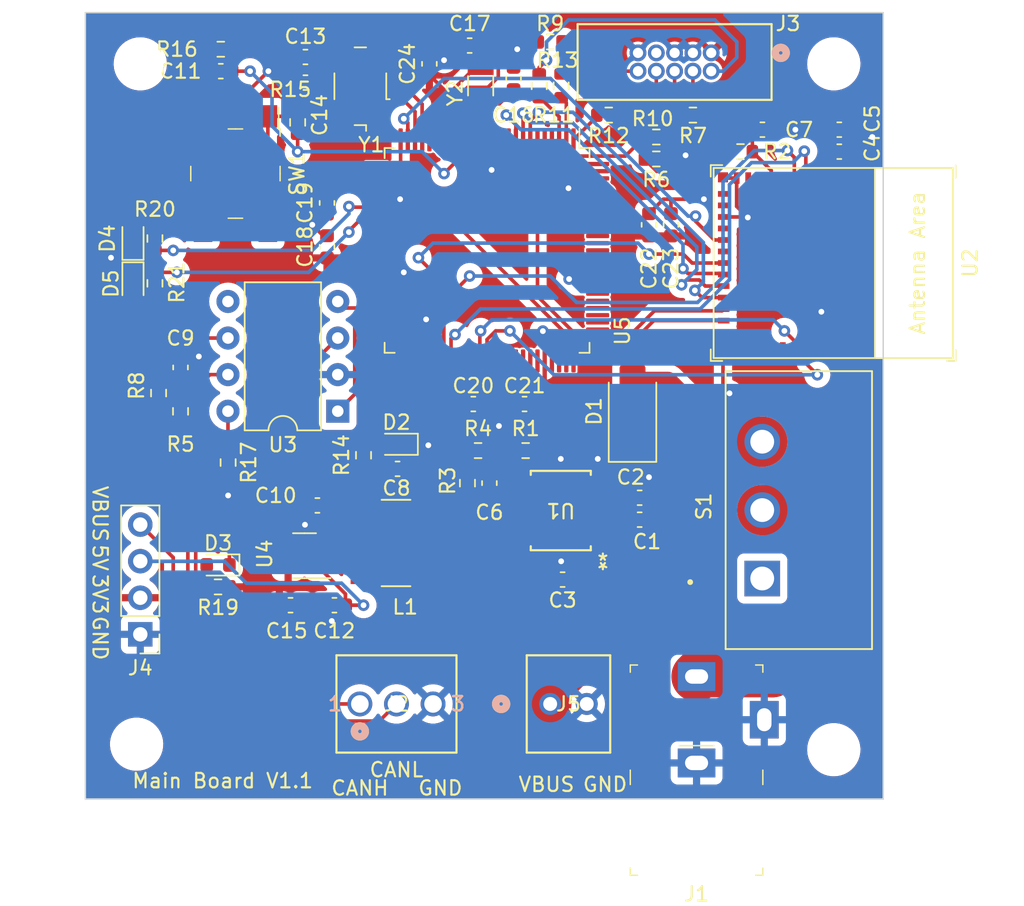
<source format=kicad_pcb>
(kicad_pcb (version 20240108) (generator "pcbnew") (generator_version "8.0")
  (layers (0 "F.Cu" signal) (31 "B.Cu" signal) (34 "B.Paste" user) (35 "F.Paste" user) (36 "B.SilkS" user "B.Silkscreen") (37 "F.SilkS" user "F.Silkscreen") (38 "B.Mask" user) (39 "F.Mask" user) (44 "Edge.Cuts" user))
  (net 0 "")
  (net 1 "+3.3V")
  (net 2 "GND")
  (net 3 "VBUS")
  (net 4 "Net-(D2-A)")
  (net 5 "Net-(D3-A)")
  (net 6 "/CANH")
  (net 7 "/CANL")
  (net 8 "+5V")
  (net 11 "Net-(U1-BOOT)")
  (net 12 "Net-(U1-SW)")
  (net 13 "Net-(U1-COMP)")
  (net 14 "Net-(U5-XTAL1)")
  (net 15 "/RESET")
  (net 16 "Net-(U5-XTAL2)")
  (net 17 "Net-(U5-RTCX1)")
  (net 18 "Net-(U5-RTCX2)")
  (net 19 "Net-(D4-A)")
  (net 20 "Net-(D5-A)")
  (net 21 "Net-(U1-FB)")
  (net 22 "Net-(U3-Rs)")
  (net 23 "Net-(U5-P1[18])")
  (net 24 "Net-(U5-P1[19])")
  (net 25 "/nTRST")
  (net 26 "/TCK")
  (net 27 "/TMS")
  (net 28 "/TDO")
  (net 29 "/TDI")
  (net 31 "Net-(U3-TXD)")
  (net 32 "Net-(U3-RXD)")
  (net 93 "Net-(C6-Pad2)")
  (net 94 "Net-(U2-EN{slash}CHIP_PU)")
  (net 95 "Net-(C9-Pad1)")
  (net 96 "Net-(J1-Pad1)")
  (net 97 "Net-(J3-SWDIO{slash}TMS)")
  (net 98 "Net-(J3-SWDCLK{slash}TCK)")
  (net 99 "Net-(J3-SWO{slash}TDO)")
  (net 101 "Net-(J3-NC{slash}TDI)")
  (net 102 "Net-(J3-~{RESET})")
  (net 103 "Net-(U2-GPIO2{slash}ADC1_CH2)")
  (net 104 "Net-(U2-GPIO3{slash}ADC1_CH3)")
  (net 111 "Net-(U2-GPIO10)")
  (net 113 "Net-(U2-GPIO4{slash}ADC1_CH4)")
  (net 114 "Net-(U2-GPIO5{slash}ADC2_CH0)")
  (net 115 "Net-(U2-GPIO6)")
  (net 116 "Net-(U2-GPIO7)")
  (net 117 "Net-(U2-GPIO8)")
  (net 118 "Net-(U2-GPIO9)")
  (net 125 "Net-(U2-GPIO20{slash}U0RXD)")
  (net 126 "Net-(U2-GPIO21{slash}U0TXD)")
  (net 131 "Net-(R15-Pad1)")
  (net 133 "Net-(D1-K)")
  (footprint "1x3 terminal block:CONN_282834-3_TYC" (layer "F.Cu") (at 109.982 123.19)
    (property "Reference" "J2")
    (property "Value" "~")
  )
  (footprint "Package_QFP:LQFP-100_14x14mm_P0.5mm" (layer "F.Cu") (at 118.81 91.694 -90)
    (property "Reference" "U5")
    (property "Value" "LPC1768FBD100")
  )
  (footprint "Capacitor_SMD:C_0603_1608Metric" (layer "F.Cu") (at 137.922 83.312)
    (property "Reference" "C7")
    (property "Value" "1uF")
  )
  (footprint "Capacitor_SMD:C_0603_1608Metric" (layer "F.Cu") (at 108.217 116.332 180)
    (property "Reference" "C12")
    (property "Value" "1uF")
  )
  (footprint "Capacitor_SMD:C_0603_1608Metric" (layer "F.Cu") (at 100.33 79.248 180)
    (property "Reference" "C11")
    (property "Value" "100nF")
  )
  (footprint "Buck Converter:HTSOP-J8_ROM" (layer "F.Cu") (at 123.926 109.76 180)
    (property "Reference" "U1")
    (property "Value" "BD9E302EFJ-E2")
  )
  (footprint "Package_TO_SOT_SMD:SOT-23-5" (layer "F.Cu") (at 106.1405 112.8945 180)
    (property "Reference" "U4")
    (property "Value" "NCP718xSN330")
  )
  (footprint "Capacitor_SMD:C_0603_1608Metric" (layer "F.Cu") (at 143.256 84.836)
    (property "Reference" "C4")
    (property "Value" "10uF")
  )
  (footprint "Resistor_SMD:R_0603_1608Metric" (layer "F.Cu") (at 110.236 105.918 90)
    (property "Reference" "R14")
    (property "Value" "1k6")
  )
  (footprint "Capacitor_SMD:C_0603_1608Metric" (layer "F.Cu") (at 107.035 109.4045 180)
    (property "Reference" "C10")
    (property "Value" "22uF")
  )
  (footprint "Capacitor_SMD:C_0603_1608Metric" (layer "F.Cu") (at 129.4 108.871)
    (property "Reference" "C2")
    (property "Value" "0.1uF")
  )
  (footprint "10 pin jtag:CONN_3220-10-0100-00_CNC" (layer "F.Cu") (at 134.366 77.978 180)
    (property "Reference" "J3")
    (property "Value" "Conn_ARM_JTAG_SWD_10")
  )
  (footprint "Capacitor_SMD:C_0603_1608Metric" (layer "F.Cu") (at 117.602 77.47)
    (property "Reference" "C17")
    (property "Value" "18pF")
  )
  (footprint "Resistor_SMD:R_0603_1608Metric" (layer "F.Cu") (at 100.139 115.062 180)
    (property "Reference" "R19")
    (property "Value" "750R")
  )
  (footprint "Capacitor_SMD:C_0603_1608Metric" (layer "F.Cu") (at 105.169 116.332)
    (property "Reference" "C15")
    (property "Value" "1uF")
  )
  (footprint "Resistor_SMD:R_0603_1608Metric" (layer "F.Cu") (at 130.556 85.344 180)
    (property "Reference" "R6")
    (property "Value" "10k")
  )
  (footprint "MountingHole:MountingHole_3.2mm_M3" (layer "F.Cu") (at 142.875 126.365)
    (property "Reference" "REF**" (hide yes))
    (property "Value" "MountingHole_3.2mm_M3")
  )
  (footprint "Capacitor_SMD:C_0603_1608Metric" (layer "F.Cu") (at 120.65 79.756 -90)
    (property "Reference" "C16")
    (property "Value" "18pF")
  )
  (footprint "Diode_SMD:D_SMA" (layer "F.Cu") (at 128.905 102.87 90)
    (property "Reference" "D1")
    (property "Value" "B340")
  )
  (footprint "Capacitor_SMD:C_0603_1608Metric" (layer "F.Cu") (at 121.412 102.362 180)
    (property "Reference" "C21")
    (property "Value" "10nF")
  )
  (footprint "Resistor_SMD:R_0603_1608Metric" (layer "F.Cu") (at 95.758 93.98 -90)
    (property "Reference" "R21")
    (property "Value" "750R")
  )
  (footprint "Switches:SW_L102021ML04Q" (layer "F.Cu") (at 137.9075 109.728 90)
    (property "Reference" "S1")
    (property "Value" "L102021ML04Q")
  )
  (footprint "Resistor_SMD:R_0603_1608Metric" (layer "F.Cu") (at 97.536 102.87 90)
    (property "Reference" "R5")
    (property "Value" "60R")
  )
  (footprint "Resistor_SMD:R_0603_1608Metric" (layer "F.Cu") (at 123.952 80.264 -90)
    (property "Reference" "R13")
    (property "Value" "50R")
  )
  (footprint "Resistor_SMD:R_0603_1608Metric" (layer "F.Cu") (at 100.838 106.426 -90)
    (property "Reference" "R17")
    (property "Value" "10k")
  )
  (footprint "Resistor_SMD:R_0603_1608Metric" (layer "F.Cu") (at 121.4875 105.5945)
    (property "Reference" "R1")
    (property "Value" "10k")
  )
  (footprint "1x2 terminal block:CONN2_282834-2_TEC" (layer "F.Cu") (at 123.19 123.19)
    (property "Reference" "J5")
    (property "Value" "~")
  )
  (footprint "Capacitor_SMD:C_0603_1608Metric" (layer "F.Cu") (at 124.053 114.554 180)
    (property "Reference" "C3")
    (property "Value" "0.1uF")
  )
  (footprint "Capacitor_SMD:C_0603_1608Metric" (layer "F.Cu") (at 129.4 110.395)
    (property "Reference" "C1")
    (property "Value" "10uF")
  )
  (footprint "LED_SMD:LED_0603_1608Metric" (layer "F.Cu") (at 94.234 94.0055 -90)
    (property "Reference" "D5")
    (property "Value" "LED Low current")
  )
  (footprint "digikey-footprints:Switch_Tactile_SMD_6x6mm_PTS645" (layer "F.Cu") (at 101.346 86.36 -90)
    (property "Reference" "SW1")
    (property "Value" "SW_SPST")
  )
  (footprint "Connector_PinHeader_2.54mm:PinHeader_1x04_P2.54mm_Vertical" (layer "F.Cu") (at 94.742 118.354 180)
    (property "Reference" "J4")
    (property "Value" "0022232041")
  )
  (footprint "Resistor_SMD:R_0603_1608Metric" (layer "F.Cu") (at 130.556 83.82 180)
    (property "Reference" "R10")
    (property "Value" "50R")
  )
  (footprint "Resistor_SMD:R_0603_1608Metric" (layer "F.Cu") (at 122.428 80.264 -90)
    (property "Reference" "R11")
    (property "Value" "50R")
  )
  (footprint "Resistor_SMD:R_0603_1608Metric" (layer "F.Cu") (at 133.096 82.296 180)
    (property "Reference" "R7")
    (property "Value" "10k")
  )
  (footprint "NR6028T4R7M:IND_NR6028T4R7M" (layer "F.Cu") (at 112.4905 112.014 180)
    (property "Reference" "L1")
    (property "Value" "4.7uH")
  )
  (footprint "Crystal:Crystal_SMD_Abracon_ABM3B-4Pin_5.0x3.2mm" (layer "F.Cu") (at 110.014 80.296 90)
    (property "Reference" "Y1")
    (property "Value" "12MHz/10pF")
  )
  (footprint "digikey-footprints:Barrel_Jack_5.5mmODx2.1mmID_PJ-102A" (layer "F.Cu") (at 133.35 124.285 180)
    (property "Reference" "J1")
    (property "Value" "PJ-102A")
  )
  (footprint "Capacitor_SMD:C_0603_1608Metric" (layer "F.Cu") (at 130.048 89.916 90)
    (property "Reference" "C22")
    (property "Value" "100nF")
  )
  (footprint "Resistor_SMD:R_0603_1608Metric" (layer "F.Cu") (at 127.254 82.296 180)
    (property "Reference" "R12")
    (property "Value" "50R")
  )
  (footprint "Resistor_SMD:R_0603_1608Metric" (layer "F.Cu") (at 100.33 77.724)
    (property "Reference" "R16")
    (property "Value" "100k")
  )
  (footprint "Capacitor_SMD:C_0603_1608Metric" (layer "F.Cu") (at 107.7025 88.3985 -90)
    (property "Reference" "C19")
    (property "Value" "10nF")
  )
  (footprint "Espressif:ESP32-C3-MINI-1" (layer "F.Cu") (at 142.834 92.57 -90)
    (property "Reference" "U2")
    (property "Value" "ESP32-C3-MINI-1")
  )
  (footprint "Crystal:Crystal_SMD_3215-2Pin_3.2x1.5mm" (layer "F.Cu") (at 118.364 80.264 90)
    (property "Reference" "Y2")
    (property "Value" "32.768kHz/9pF")
  )
  (footprint "Resistor_SMD:R_0603_1608Metric" (layer "F.Cu") (at 117.449 107.855 90)
    (property "Reference" "R3")
    (property "Value" "430k")
  )
  (footprint "Package_DIP:DIP-8_W7.62mm" (layer "F.Cu") (at 108.448 102.86 180)
    (property "Reference" "U3")
    (property "Value" "MCP2551-I-P")
  )
  (footprint "Capacitor_SMD:C_0603_1608Metric" (layer "F.Cu") (at 106.204 80.042 180)
    (property "Reference" "C14")
    (property "Value" "18pF")
  )
  (footprint "Capacitor_SMD:C_0603_1608Metric" (layer "F.Cu") (at 143.256 83.312)
    (property "Reference" "C5")
    (property "Value" "0.1uF")
  )
  (footprint "Capacitor_SMD:C_0603_1608Metric" (layer "F.Cu") (at 106.204 78.264)
    (property "Reference" "C13")
    (property "Value" "18pF")
  )
  (footprint "Resistor_SMD:R_0603_1608Metric" (layer "F.Cu") (at 136.398 84.836 180)
    (property "Reference" "R2")
    (property "Value" "10k")
  )
  (footprint "Resistor_SMD:R_0603_1608Metric" (layer "F.Cu") (at 123.19 77.216 180)
    (property "Reference" "R9")
    (property "Value" "50R")
  )
  (footprint "Capacitor_SMD:C_0603_1608Metric" (layer "F.Cu") (at 117.856 102.362)
    (property "Reference" "C20")
    (property "Value" "100nF")
  )
  (footprint "Resistor_SMD:R_0603_1608Metric" (layer "F.Cu") (at 118.1855 105.5945)
    (property "Reference" "R4")
    (property "Value" "82k")
  )
  (footprint "Capacitor_SMD:C_0603_1608Metric" (layer "F.Cu") (at 131.572 89.916 90)
    (property "Reference" "C23")
    (property "Value" "10nF")
  )
  (footprint "Resistor_SMD:R_0603_1608Metric" (layer "F.Cu") (at 96.012 101.6 90)
    (property "Reference" "R8")
    (property "Value" "60R")
  )
  (footprint "MountingHole:MountingHole_3.2mm_M3" (layer "F.Cu") (at 142.875 78.74)
    (property "Reference" "REF**" (hide yes))
    (property "Value" "MountingHole_3.2mm_M3")
  )
  (footprint "Capacitor_SMD:C_0603_1608Metric" (layer "F.Cu") (at 97.536 99.822 90)
    (property "Reference" "C9")
    (property "Value" "1nF")
  )
  (footprint "MountingHole:MountingHole_3.2mm_M3" (layer "F.Cu") (at 94.742 78.74)
    (property "Reference" "REF**" (hide yes))
    (property "Value" "MountingHole_3.2mm_M3")
  )
  (footprint "LED_SMD:LED_0603_1608Metric" (layer "F.Cu") (at 112.522 105.156 180)
    (property "Reference" "D2")
    (property "Value" "LED Low current")
  )
  (footprint "Capacitor_SMD:C_0603_1608Metric" (layer "F.Cu") (at 114.808 78.74 90)
    (property "Reference" "C24")
    (property "Value" "100nF")
  )
  (footprint "Capacitor_SMD:C_0603_1608Metric" (layer "F.Cu") (at 107.7025 91.4465 90)
    (property "Reference" "C18")
    (property "Value" "100nF")
  )
  (footprint "Resistor_SMD:R_0603_1608Metric" (layer "F.Cu") (at 95.758 90.869 90)
    (property "Reference" "R20")
    (property "Value" "750R")
  )
  (footprint "MountingHole:MountingHole_3.2mm_M3" (layer "F.Cu") (at 94.488 125.984)
    (property "Reference" "REF**" (hide yes))
    (property "Value" "MountingHole_3.2mm_M3")
  )
  (footprint "LED_SMD:LED_0603_1608Metric" (layer "F.Cu") (at 100.139 113.538 180)
    (property "Reference" "D3")
    (property "Value" "LED Low current")
  )
  (footprint "Capacitor_SMD:C_0603_1608Metric" (layer "F.Cu") (at 112.5975 106.8645)
    (property "Reference" "C8")
    (property "Value" "22uF")
  )
  (footprint "LED_SMD:LED_0603_1608Metric" (layer "F.Cu") (at 94.234 90.869 90)
    (property "Reference" "D4")
    (property "Value" "LED Low current")
  )
  (footprint "Capacitor_SMD:C_0603_1608Metric" (layer "F.Cu") (at 118.973 107.855 90)
    (property "Reference" "C6")
    (property "Value" "6800pF")
  )
  (footprint "Resistor_SMD:R_0603_1608Metric" (layer "F.Cu") (at 105.664 82.804 -90)
    (property "Reference" "R15")
    (property "Value" "100R")
  )
  (gr_line (start 116.078 129.794) (end 90.932 129.794) (stroke (width 0.1)) (layer "Edge.Cuts"))
  (gr_line (start 146.304 129.794) (end 146.304 75.184) (stroke (width 0.1)) (layer "Edge.Cuts"))
  (gr_line (start 90.932 129.794) (end 90.932 75.184) (stroke (width 0.1)) (layer "Edge.Cuts"))
  (gr_line (start 146.304 129.794) (end 116.078 129.794) (stroke (width 0.1)) (layer "Edge.Cuts"))
  (gr_line (start 90.932 75.184) (end 146.304 75.184) (stroke (width 0.1)) (layer "Edge.Cuts"))
  (gr_text "GND" (at 115.57 129.032 0) (layer "F.SilkS") (effects (font (size 1 1))))
  (gr_text "VBUS" (at 91.948 109.982 270) (layer "F.SilkS") (effects (font (size 1 1))))
  (gr_text "5V" (at 91.948 113.03 270) (layer "F.SilkS") (effects (font (size 1 1))))
  (gr_text "VBUS" (at 122.936 128.778 0) (layer "F.SilkS") (effects (font (size 1 1))))
  (gr_text "CANH" (at 109.982 129.032 0) (layer "F.SilkS") (effects (font (size 1 1))))
  (gr_text "3V3" (at 91.948 115.57 270) (layer "F.SilkS") (effects (font (size 1 1))))
  (gr_text "CANL" (at 112.522 127.762 0) (layer "F.SilkS") (effects (font (size 1 1))))
  (gr_text "GND" (at 127 128.778 0) (layer "F.SilkS") (effects (font (size 1 1))))
  (gr_text "Main Board V1.1" (at 100.457 128.524 0) (layer "F.SilkS") (effects (font (size 1 1))))
  (gr_text "GND" (at 91.948 118.618 -90) (layer "F.SilkS") (effects (font (size 1 1))))
  (segment (start 142.481 84.836) (end 142.481 86.617) (width 0.254) (layer "F.Cu") (net 1))
  (segment (start 142.481 86.617) (end 142.534 86.67) (width 0.254) (layer "F.Cu") (net 1))
  (segment (start 114.808 79.515) (end 115.804 80.511) (width 0.254) (layer "F.Cu") (net 1))
  (segment (start 115.804 80.511) (end 115.804 84.013) (width 0.254) (layer "F.Cu") (net 1))
  (segment (start 119.81 85.422) (end 119.126 86.106) (width 0.254) (layer "F.Cu") (net 2))
  (segment (start 112.726 88.188) (end 111.135 88.188) (width 0.254) (layer "F.Cu") (net 2))
  (segment (start 107.278 112.8945) (end 106.814553 112.8945) (width 0.254) (layer "F.Cu") (net 2))
  (segment (start 119.81 84.019) (end 119.81 85.422) (width 0.254) (layer "F.Cu") (net 2))
  (segment (start 99.096 81.81) (end 101.07 81.81) (width 0.254) (layer "F.Cu") (net 2))
  (segment (start 144.031 83.312) (end 145.034 83.312) (width 0.254) (layer "F.Cu") (net 2))
  (segment (start 126.593 106.273) (end 126.492 106.172) (width 0.254) (layer "F.Cu") (net 2))
  (segment (start 123.348508 105.5945) (end 123.926008 106.172) (width 0.254) (layer "F.Cu") (net 2))
  (segment (start 145.084 86.62) (end 145.084 84.278) (width 0.254) (layer "F.Cu") (net 2))
  (segment (start 131.572 88.138) (end 133.858 88.138) (width 0.254) (layer "F.Cu") (net 2))
  (segment (start 107.861498 117.602) (end 108.032749 117.430749) (width 0.254) (layer "F.Cu") (net 2))
  (segment (start 130.175 108.871) (end 130.175 107.569) (width 0.254) (layer "F.Cu") (net 2))
  (segment (start 135.234 86.67) (end 135.184 86.62) (width 0.254) (layer "F.Cu") (net 2))
  (segment (start 116.827 77.47) (end 115.824 78.473) (width 0.254) (layer "F.Cu") (net 2))
  (segment (start 131.051 88.138) (end 131.572 88.138) (width 0.254) (layer "F.Cu") (net 2))
  (segment (start 115.302984 77.965) (end 115.824 78.486016) (width 0.254) (layer "F.Cu") (net 2))
  (segment (start 136.134 88.636) (end 136.906 89.408) (width 0.254) (layer "F.Cu") (net 2))
  (segment (start 107.7025 90.6715) (end 107.4355 90.6715) (width 0.254) (layer "F.Cu") (net 2))
  (segment (start 113.3725 106.8645) (end 113.3725 105.219) (width 0.254) (layer "F.Cu") (net 2))
  (segment (start 142.012 94.107) (end 142.012 95.447) (width 1) (layer "F.Cu") (net 2))
  (segment (start 94.234 93.1295) (end 94.234 92.202) (width 0.254) (layer "F.Cu") (net 2))
  (segment (start 100.9265 113.538) (end 100.9265 108.8005) (width 0.254) (layer "F.Cu") (net 2))
  (segment (start 117.816 84.796) (end 117.816 84.019) (width 0.254) (layer "F.Cu") (net 2))
  (segment (start 120.65 77.978006) (end 120.904 77.724006) (width 0.254) (layer "F.Cu") (net 2))
  (segment (start 144.984 96.094) (end 142.151 96.094) (width 0.254) (layer "F.Cu") (net 2))
  (segment (start 107.442 117.602) (end 107.861498 117.602) (width 0.254) (layer "F.Cu") (net 2))
  (segment (start 104.616 78.264) (end 103.632 79.248) (width 0.254) (layer "F.Cu") (net 2))
  (segment (start 119.126 86.106) (end 117.816 84.796) (width 0.254) (layer "F.Cu") (net 2))
  (segment (start 129.731 85.344) (end 130.587 86.2) (width 0.254) (layer "F.Cu") (net 2))
  (segment (start 137.187 89.37) (end 138.056 90.239) (width 0.254) (layer "F.Cu") (net 2))
  (segment (start 144.526 84.836) (end 145.542 83.82) (width 0.254) (layer "F.Cu") (net 2))
  (segment (start 114.81 99.369) (end 114.81 96.714075) (width 0.254) (layer "F.Cu") (net 2))
  (segment (start 141.837 92.456) (end 138.377 92.456) (width 1) (layer "F.Cu") (net 2))
  (segment (start 107.7025 89.1735) (end 107.4225 89.1735) (width 0.254) (layer "F.Cu") (net 2))
  (segment (start 136.134 86.67) (end 136.134 88.636) (width 0.254) (layer "F.Cu") (net 2))
  (segment (start 145.034 83.312) (end 145.542 83.82) (width 0.254) (layer "F.Cu") (net 2))
  (segment (start 130.175 107.569) (end 130.048 107.442) (width 0.254) (layer "F.Cu") (net 2))
  (segment (start 135.234 89.37) (end 136.868 89.37) (width 0.254) (layer "F.Cu") (net 2))
  (segment (start 130.048 89.141) (end 131.051 88.138) (width 0.254) (layer "F.Cu") (net 2))
  (segment (start 106.172 112.251947) (end 106.172 110.744) (width 0.254) (layer "F.Cu") (net 2))
  (segment (start 105.944 116.332) (end 105.944 116.866) (width 0.254) (layer "F.Cu") (net 2))
  (segment (start 99.568 81.338) (end 99.096 81.81) (width 0.254) (layer "F.Cu") (net 2))
  (segment (start 123.31 99.369) (end 123.31 97.927026) (width 0.254) (layer "F.Cu") (net 2))
  (segment (start 97.536 99.047) (end 98.793 99.047) (width 0.254) (layer "F.Cu") (net 2))
  (segment (start 107.442 116.332) (end 107.442 117.602) (width 0.254) (layer "F.Cu") (net 2))
  (segment (start 107.4225 89.1735) (end 106.68 89.916) (width 0.254) (layer "F.Cu") (net 2))
  (segment (start 130.587 86.2) (end 131.821658 86.2) (width 0.254) (layer "F.Cu") (net 2))
  (segment (start 113.3725 105.219) (end 113.3095 105.156) (width 0.254) (layer "F.Cu") (net 2))
  (segment (start 122.3125 105.5945) (end 123.348508 105.5945) (width 0.254) (layer "F.Cu") (net 2))
  (segment (start 141.634 94.488) (end 138.174 94.488) (width 1) (layer "F.Cu") (net 2))
  (segment (start 136.944 89.37) (end 137.187 89.37) (width 0.254) (layer "F.Cu") (net 2))
  (segment (start 114.5575 105.2255) (end 114.488 105.156) (width 0.254) (layer "F.Cu") (net 2))
  (segment (start 143.334 86.67) (end 144.134 86.67) (width 0.254) (layer "F.Cu") (net 2))
  (segment (start 123.926 106.172008) (end 123.926008 106.172) (width 1) (layer "F.Cu") (net 2))
  (segment (start 119.888 102.362) (end 120.637 102.362) (width 0.254) (layer "F.Cu") (net 2))
  (segment (start 126.485 94.194) (end 125.013674 94.194) (width 0.254) (layer "F.Cu") (net 2))
  (segment (start 113.006 93.194) (end 113.03 93.218) (width 0.254) (layer "F.Cu") (net 2))
  (segment (start 123.926 113.258) (end 123.952 113.284) (width 1) (layer "F.Cu") (net 2))
  (segment (start 136.868 89.37) (end 136.906 89.408) (width 0.254) (layer "F.Cu") (net 2))
  (segment (start 138.697 83.312) (end 140.208 83.312) (width 0.254) (layer "F.Cu") (net 2))
  (segment (start 145.034 86.67) (end 145.084 86.62) (width 0.254) (layer "F.Cu") (net 2))
  (segment (start 98.793 99.047) (end 98.806 99.06) (width 0.254) (layer "F.Cu") (net 2))
  (segment (start 114.81 96.714075) (end 114.581 96.485075) (width 0.254) (layer "F.Cu") (net 2))
  (segment (start 126.485 87.194) (end 124.642 87.194) (width 0.254) (layer "F.Cu") (net 2))
  (segment (start 100.9265 108.8005) (end 100.838 108.712) (width 0.254) (layer "F.Cu") (net 2))
  (segment (start 144.134 86.67) (end 145.034 86.67) (width 0.254) (layer "F.Cu") (net 2))
  (segment (start 145.084 84.278) (end 145.542 83.82) (width 0.254) (layer "F.Cu") (net 2))
  (segment (start 114.488 105.156) (end 113.3095 105.156) (width 0.254) (layer "F.Cu") (net 2))
  (segment (start 119.634012 102.615988) (end 119.634012 103.886) (width 0.254) (layer "F.Cu") (net 2))
  (segment (start 121.259 110.395) (end 123.291 110.395) (width 0.254) (layer "F.Cu") (net 2))
  (segment (start 105.429 80.042) (end 104.635 79.248) (width 0.254) (layer "F.Cu") (net 2))
  (segment (start 135.184 98.52) (end 135.184 101.165) (width 0.254) (layer "F.Cu") (net 2))
  (segment (start 114.808 77.965) (end 115.302984 77.965) (width 0.254) (layer "F.Cu") (net 2))
  (segment (start 105.429 78.264) (end 104.616 78.264) (width 0.254) (layer "F.Cu") (net 2))
  (segment (start 138.056 90.678) (end 142.006 90.678) (width 1) (layer "F.Cu") (net 2))
  (segment (start 123.926 109.76) (end 123.926 106.172008) (width 1) (layer "F.Cu") (net 2))
  (segment (start 125.013674 94.194) (end 124.502837 93.683163) (width 0.254) (layer "F.Cu") (net 2))
  (segment (start 106.172 109.4925) (end 106.172 110.744) (width 0.254) (layer "F.Cu") (net 2))
  (segment (start 119.0105 104.509512) (end 119.634012 103.886) (width 0.254) (layer "F.Cu") (net 2))
  (segment (start 124.642 87.194) (end 124.46 87.376) (width 0.254) (layer "F.Cu") (net 2))
  (segment (start 112.726 88.188) (end 112.776 88.138) (width 0.254) (layer "F.Cu") (net 2))
  (segment (start 106.26 109.4045) (end 106.172 109.4925) (width 0.254) (layer "F.Cu") (net 2))
  (segment (start 142.006 92.214) (end 140.031 92.214) (width 0.254) (layer "F.Cu") (net 2))
  (segment (start 107.4355 90.6715) (end 106.68 89.916) (width 0.254) (layer "F.Cu") (net 2))
  (segment (start 106.814553 112.8945) (end 106.172 112.251947) (width 0.254) (layer "F.Cu") (net 2))
  (segment (start 106.68 117.602) (end 107.442 117.602) (width 0.254) (layer "F.Cu") (net 2))
  (segment (start 136.134 86.67) (end 135.234 86.67) (width 0.254) (layer "F.Cu") (net 2))
  (segment (start 131.821658 86.2) (end 132.588 85.433658) (width 0.254) (layer "F.Cu") (net 2))
  (segment (start 105.944 116.866) (end 106.68 117.602) (width 0.254) (layer "F.Cu") (net 2))
  (segment (start 132.588 85.433658) (end 132.588 85.09) (width 0.254) (layer "F.Cu") (net 2))
  (segment (start 99.096 90.91) (end 99.096 81.81) (width 0.254) (layer "F.Cu") (net 2))
  (segment (start 138.126 94.431) (end 138.126 90.481) (width 1) (layer "F.Cu") (net 2))
  (segment (start 99.568 79.261) (end 99.568 81.338) (width 0.254) (layer "F.Cu") (net 2))
  (segment (start 136.906 89.408) (end 136.944 89.37) (width 0.254) (layer "F.Cu") (net 2))
  (segment (start 115.824 78.473) (end 115.824 78.486016) (width 0.254) (layer "F.Cu") (net 2))
  (segment (start 94.234 92.202) (end 92.71 92.202) (width 0.254) (layer "F.Cu") (net 2))
  (segment (start 142.006 90.735) (end 142.006 94.685) (width 1) (layer "F.Cu") (net 2))
  (segment (start 144.981 86.314) (end 144.981 98.164) (width 0.254) (layer "F.Cu") (net 2))
  (segment (start 114.7325 105.2255) (end 114.5575 105.2255) (width 0.254) (layer "F.Cu") (net 2))
  (segment (start 111.135 93.194) (end 113.006 93.194) (width 0.254) (layer "F.Cu") (net 2))
  (segment (start 130.175 110.395) (end 130.175 108.871) (width 0.254) (layer "F.Cu") (net 2))
  (segment (start 135.184 101.165) (end 135.636 101.617) (width 0.254) (layer "F.Cu") (net 2))
  (segment (start 118.631 102.362) (end 119.888 102.362) (width 0.254) (layer "F.Cu") (net 2))
  (segment (start 123.291 110.395) (end 123.926 109.76) (width 0.254) (layer "F.Cu") (net 2))
  (segment (start 101.07 81.81) (end 103.632 79.248) (width 0.254) (layer "F.Cu") (net 2))
  (segment (start 94.234 92.202) (end 94.234 91.6565) (width 0.254) (layer "F.Cu") (net 2))
  (segment (start 119.0105 105.5945) (end 119.0105 104.509512) (width 0.254) (layer "F.Cu") (net 2))
  (segment (start 104.635 79.248) (end 103.632 79.248) (width 0.254) (layer "F.Cu") (net 2))
  (segment (start 142.012 95.447) (end 142.012 95.954974) (width 1) (layer "F.Cu") (net 2))
  (segment (start 123.926 109.76) (end 123.926 113.258) (width 1) (layer "F.Cu") (net 2))
  (segment (start 100.838 107.251) (end 100.838 108.712) (width 0.254) (layer "F.Cu") (net 2))
  (segment (start 142.151 96.094) (end 142.011987 95.954987) (width 0.254) (layer "F.Cu") (net 2))
  (segment (start 119.888 102.362) (end 119.634012 102.615988) (width 0.254) (layer "F.Cu") (net 2))
  (segment (start 99.555 79.248) (end 99.568 79.261) (width 0.254) (layer "F.Cu") (net 2))
  (segment (start 131.572 89.141) (end 131.572 88.138) (width 0.254) (layer "F.Cu") (net 2))
  (segment (start 120.65 78.981) (end 120.65 77.978006) (width 0.254) (layer "F.Cu") (net 2))
  (segment (start 123.31 97.927026) (end 122.682 97.299026) (width 0.254) (layer "F.Cu") (net 2))
  (segment (start 126.593 107.855) (end 126.593 106.273) (width 0.254) (layer "F.Cu") (net 2))
  (segment (start 144.031 84.836) (end 144.526 84.836) (width 0.254) (layer "F.Cu") (net 2))
  (segment (start 142.012 95.954974) (end 142.011987 95.954987) (width 1) (layer "F.Cu") (net 2))
  (via (at 135.636 101.617) (size 0.8) (drill 0.4) (layers "F.Cu" "B.Cu") (net 2))
  (via (at 130.048 107.442) (size 0.8) (drill 0.4) (layers "F.Cu" "B.Cu") (net 2))
  (via (at 124.46 87.376) (size 0.8) (drill 0.4) (layers "F.Cu" "B.Cu") (net 2))
  (via (at 145.542 83.82) (size 0.8) (drill 0.4) (layers "F.Cu" "B.Cu") (net 2))
  (via (at 119.126 86.106) (size 0.8) (drill 0.4) (layers "F.Cu" "B.Cu") (net 2))
  (via (at 140.208 83.312) (size 0.8) (drill 0.4) (layers "F.Cu" "B.Cu") (net 2))
  (via (at 133.858 88.138) (size 0.8) (drill 0.4) (layers "F.Cu" "B.Cu") (net 2))
  (via (at 126.492 106.172) (size 0.8) (drill 0.4) (layers "F.Cu" "B.Cu") (net 2))
  (via (at 92.71 92.202) (size 0.8) (drill 0.4) (layers "F.Cu" "B.Cu") (net 2))
  (via (at 108.032749 117.430749) (size 0.8) (drill 0.4) (layers "F.Cu" "B.Cu") (net 2))
  (via (at 112.776 88.138) (size 0.8) (drill 0.4) (layers "F.Cu" "B.Cu") (net 2))
  (via (at 142.011987 95.954987) (size 0.8) (drill 0.4) (layers "F.Cu" "B.Cu") (net 2))
  (via (at 132.588 85.09) (size 0.8) (drill 0.4) (layers "F.Cu" "B.Cu") (net 2))
  (via (at 98.806 99.06) (size 0.8) (drill 0.4) (layers "F.Cu" "B.Cu") (net 2))
  (via (at 122.682 97.299026) (size 0.8) (drill 0.4) (layers "F.Cu" "B.Cu") (net 2))
  (via (at 119.634012 103.886) (size 0.8) (drill 0.4) (layers "F.Cu" "B.Cu") (net 2))
  (via (at 106.172 110.744) (size 0.8) (drill 0.4) (layers "F.Cu" "B.Cu") (net 2))
  (via (at 114.7325 105.2255) (size 0.8) (drill 0.4) (layers "F.Cu" "B.Cu") (net 2))
  (via (at 103.632 79.248) (size 0.8) (drill 0.4) (layers "F.Cu" "B.Cu") (net 2))
  (via (at 120.904 77.724006) (size 0.8) (drill 0.4) (layers "F.Cu" "B.Cu") (net 2))
  (via (at 100.838 108.712) (size 0.8) (drill 0.4) (layers "F.Cu" "B.Cu") (net 2))
  (via (at 115.824 78.486016) (size 0.8) (drill 0.4) (layers "F.Cu" "B.Cu") (net 2))
  (via (at 124.502837 93.683163) (size 0.8) (drill 0.4) (layers "F.Cu" "B.Cu") (net 2))
  (via (at 123.926008 106.172) (size 0.8) (drill 0.4) (layers "F.Cu" "B.Cu") (net 2))
  (via (at 114.581 96.485075) (size 0.8) (drill 0.4) (layers "F.Cu" "B.Cu") (net 2))
  (via (at 113.03 93.218) (size 0.8) (drill 0.4) (layers "F.Cu" "B.Cu") (net 2))
  (via (at 136.906 89.408) (size 0.8) (drill 0.4) (layers "F.Cu" "B.Cu") (net 2))
  (via (at 106.68 89.916) (size 0.8) (drill 0.4) (layers "F.Cu" "B.Cu") (net 2))
  (via (at 123.952 113.284) (size 0.8) (drill 0.4) (layers "F.Cu" "B.Cu") (net 2))
  (segment (start 122.918 123.19) (end 117.584 128.524) (width 0.254) (layer "F.Cu") (net 3))
  (segment (start 97.028 117.348) (end 97.028 113.02) (width 0.254) (layer "F.Cu") (net 3))
  (segment (start 122.918 122.025231) (end 122.918 123.19) (width 3.5) (layer "F.Cu") (net 3))
  (segment (start 131.33631 100.87) (end 128.905 100.87) (width 1.5) (layer "F.Cu") (net 3))
  (segment (start 108.204 128.524) (end 97.028 117.348) (width 0.254) (layer "F.Cu") (net 3))
  (segment (start 132.675 107.317411) (end 132.675 114.517245) (width 3.5) (layer "F.Cu") (net 3))
  (segment (start 135.014411 104.978) (end 132.675 107.317411) (width 3.5) (layer "F.Cu") (net 3))
  (segment (start 117.584 128.524) (end 108.204 128.524) (width 0.254) (layer "F.Cu") (net 3))
  (segment (start 97.028 113.02) (end 94.742 110.734) (width 0.254) (layer "F.Cu") (net 3))
  (segment (start 135.44431 104.978) (end 131.33631 100.87) (width 1.5) (layer "F.Cu") (net 3))
  (segment (start 132.675 114.517245) (end 130.425986 114.517245) (width 3.5) (layer "F.Cu") (net 3))
  (segment (start 130.425986 114.517245) (end 122.918 122.025231) (width 3.5) (layer "F.Cu") (net 3))
  (segment (start 137.9075 104.978) (end 135.44431 104.978) (width 3.5) (layer "F.Cu") (net 3))
  (segment (start 111.7345 105.156) (end 110.299 105.156) (width 0.25) (layer "F.Cu") (net 4))
  (segment (start 110.299 105.156) (end 110.236 105.093) (width 0.25) (layer "F.Cu") (net 4))
  (segment (start 99.314 115.062) (end 99.314 113.5755) (width 0.25) (layer "F.Cu") (net 5))
  (segment (start 99.314 113.5755) (end 99.3515 113.538) (width 0.25) (layer "F.Cu") (net 5))
  (segment (start 98.589 103.669) (end 98.589 115.554462) (width 0.25) (layer "F.Cu") (net 6))
  (segment (start 100.828 100.32) (end 99.578 100.32) (width 0.25) (layer "F.Cu") (net 6))
  (segment (start 99.578 100.32) (end 98.552 101.346) (width 0.25) (layer "F.Cu") (net 6))
  (segment (start 98.552 103.632) (end 98.589 103.669) (width 0.25) (layer "F.Cu") (net 6))
  (segment (start 97.536 103.695) (end 98.489 103.695) (width 0.25) (layer "F.Cu") (net 6))
  (segment (start 98.552 101.346) (end 98.552 103.632) (width 0.25) (layer "F.Cu") (net 6))
  (segment (start 98.589 115.554462) (end 106.224538 123.19) (width 0.25) (layer "F.Cu") (net 6))
  (segment (start 98.489 103.695) (end 98.552 103.632) (width 0.25) (layer "F.Cu") (net 6))
  (segment (start 106.224538 123.19) (end 109.982 123.19) (width 0.25) (layer "F.Cu") (net 6))
  (segment (start 112.522 123.698) (end 112.522 123.19) (width 0.25) (layer "F.Cu") (net 7))
  (segment (start 98.044 115.645858) (end 106.776742 124.3786) (width 0.25) (layer "F.Cu") (net 7))
  (segment (start 94.742 100.33) (end 94.742 102.362) (width 0.25) (layer "F.Cu") (net 7))
  (segment (start 96.012 102.425) (end 94.805 102.425) (width 0.25) (layer "F.Cu") (net 7))
  (segment (start 100.828 97.78) (end 97.292 97.78) (width 0.25) (layer "F.Cu") (net 7))
  (segment (start 98.044 105.664) (end 98.044 115.645858) (width 0.25) (layer "F.Cu") (net 7))
  (segment (start 94.805 102.425) (end 94.742 102.362) (width 0.25) (layer "F.Cu") (net 7))
  (segment (start 97.292 97.78) (end 94.742 100.33) (width 0.25) (layer "F.Cu") (net 7))
  (segment (start 111.3334 124.3786) (end 112.522 123.19) (width 0.25) (layer "F.Cu") (net 7))
  (segment (start 94.742 102.362) (end 98.044 105.664) (width 0.25) (layer "F.Cu") (net 7))
  (segment (start 106.776742 124.3786) (end 111.3334 124.3786) (width 0.25) (layer "F.Cu") (net 7))
  (segment (start 106.68 99.548) (end 108.448 97.78) (width 0.254) (layer "F.Cu") (net 8))
  (segment (start 110.1405 109.779) (end 108.051 107.6895) (width 0.254) (layer "F.Cu") (net 8))
  (segment (start 108.979 115.5455) (end 108.979 116.319) (width 0.254) (layer "F.Cu") (net 8))
  (segment (start 108.979 116.319) (end 108.992 116.332) (width 0.254) (layer "F.Cu") (net 8))
  (segment (start 107.81 107.9305) (end 108.051 107.6895) (width 0.254) (layer "F.Cu") (net 8))
  (segment (start 110.1405 111.1165) (end 110.1405 106.8385) (width 0.254) (layer "F.Cu") (net 8))
  (segment (start 110.3575 106.8645) (end 110.236 106.743) (width 0.254) (layer "F.Cu") (net 8))
  (segment (start 106.68 106.3185) (end 106.68 99.548) (width 0.254) (layer "F.Cu") (net 8))
  (segment (start 108.051 107.6895) (end 106.68 106.3185) (width 0.254) (layer "F.Cu") (net 8))
  (segment (start 110.1405 111.1165) (end 110.1405 109.779) (width 0.254) (layer "F.Cu") (net 8))
  (segment (start 111.8225 106.8645) (end 110.3575 106.8645) (width 0.254) (layer "F.Cu") (net 8))
  (segment (start 107.81 109.4045) (end 107.81 107.9305) (width 0.254) (layer "F.Cu") (net 8))
  (segment (start 110.1405 106.8385) (end 110.236 106.743) (width 0.254) (layer "F.Cu") (net 8))
  (segment (start 107.3475 112.014) (end 107.278 111.9445) (width 0.254) (layer "F.Cu") (net 8))
  (segment (start 109.243 112.014) (end 107.3475 112.014) (width 0.254) (layer "F.Cu") (net 8))
  (segment (start 108.979 115.5455) (end 107.278 113.8445) (width 0.254) (layer "F.Cu") (net 8))
  (segment (start 110.1405 111.445447) (end 107.741447 113.8445) (width 0.254) (layer "F.Cu") (net 8))
  (segment (start 107.741447 113.8445) (end 107.278 113.8445) (width 0.254) (layer "F.Cu") (net 8))
  (segment (start 108.992 116.332) (end 110.236 116.332) (width 0.254) (layer "F.Cu") (net 8))
  (segment (start 110.1405 111.1165) (end 110.1405 111.445447) (width 0.254) (layer "F.Cu") (net 8))
  (via (at 110.236 116.332) (size 0.8) (drill 0.4) (layers "F.Cu" "B.Cu") (net 8))
  (segment (start 94.752 113.284) (end 94.742 113.274) (width 0.254) (layer "B.Cu") (net 8))
  (segment (start 102.108 114.808) (end 100.584 113.284) (width 0.254) (layer "B.Cu") (net 8))
  (segment (start 110.236 116.332) (end 108.712 114.808) (width 0.254) (layer "B.Cu") (net 8))
  (segment (start 100.584 113.284) (end 94.752 113.284) (width 0.254) (layer "B.Cu") (net 8))
  (segment (start 108.712 114.808) (end 102.108 114.808) (width 0.254) (layer "B.Cu") (net 8))
  (segment (start 125.476 114.554) (end 124.828 114.554) (width 0.25) (layer "F.Cu") (net 11))
  (segment (start 126.593 111.665) (end 126.593 113.437) (width 0.25) (layer "F.Cu") (net 11))
  (segment (start 126.593 113.437) (end 125.476 114.554) (width 0.25) (layer "F.Cu") (net 11))
  (segment (start 120.904 111.665) (end 115.189498 111.665) (width 1) (layer "F.Cu") (net 12))
  (segment (start 120.904 111.665) (end 121.259 111.665) (width 1) (layer "F.Cu") (net 12))
  (segment (start 117.449 108.68) (end 117.449 112.014) (width 0.25) (layer "F.Cu") (net 12))
  (segment (start 123.278 114.554) (end 122.555 114.554) (width 0.25) (layer "F.Cu") (net 12))
  (segment (start 120.904 112.903) (end 120.904 111.665) (width 0.25) (layer "F.Cu") (net 12))
  (segment (start 122.555 114.554) (end 120.904 112.903) (width 0.25) (layer "F.Cu") (net 12))
  (segment (start 120.764 108.63) (end 121.259 109.125) (width 0.25) (layer "F.Cu") (net 13))
  (segment (start 118.973 108.63) (end 120.764 108.63) (width 0.25) (layer "F.Cu") (net 13))
  (segment (start 106.979 78.611) (end 107.889 79.521) (width 0.25) (layer "F.Cu") (net 14))
  (segment (start 106.979 78.264) (end 106.979 78.611) (width 0.25) (layer "F.Cu") (net 14))
  (segment (start 109.989 79.521) (end 111.214 78.296) (width 0.25) (layer "F.Cu") (net 14))
  (segment (start 111.944 79.026) (end 111.214 78.296) (width 0.25) (layer "F.Cu") (net 14))
  (segment (start 111.944 79.178) (end 111.944 79.026) (width 0.25) (layer "F.Cu") (net 14))
  (segment (start 107.889 79.521) (end 109.989 79.521) (width 0.25) (layer "F.Cu") (net 14))
  (segment (start 114.302 84.011) (end 114.31 84.019) (width 0.25) (layer "F.Cu") (net 14))
  (segment (start 114.302 81.536) (end 114.302 84.011) (width 0.25) (layer "F.Cu") (net 14))
  (segment (start 111.944 79.178) (end 114.302 81.536) (width 0.25) (layer "F.Cu") (net 14))
  (segment (start 101.168 79.198) (end 101.218 79.248) (width 0.25) (layer "F.Cu") (net 15))
  (segment (start 105.664 83.629) (end 105.664 84.836) (width 0.25) (layer "F.Cu") (net 15))
  (segment (start 120.581327 76.691) (end 119.589 77.683327) (width 0.25) (layer "F.Cu") (net 15))
  (segment (start 101.168 77.724) (end 101.168 79.198) (width 0.25) (layer "F.Cu") (net 15))
  (segment (start 119.589 77.683327) (end 119.589 79.652604) (width 0.25) (layer "F.Cu") (net 15))
  (segment (start 116.81 81.018) (end 116.81 84.019) (width 0.25) (layer "F.Cu") (net 15))
  (segment (start 119.589 79.652604) (end 118.869604 80.372) (width 0.25) (layer "F.Cu") (net 15))
  (segment (start 116.81 84.019) (end 116.81 85.374) (width 0.25) (layer "F.Cu") (net 15))
  (segment (start 121.84 76.691) (end 120.581327 76.691) (width 0.25) (layer "F.Cu") (net 15))
  (segment (start 122.365 77.216) (end 121.84 76.691) (width 0.25) (layer "F.Cu") (net 15))
  (segment (start 117.456 80.372) (end 116.81 81.018) (width 0.25) (layer "F.Cu") (net 15))
  (segment (start 118.869604 80.372) (end 117.456 80.372) (width 0.25) (layer "F.Cu") (net 15))
  (segment (start 116.81 85.374) (end 115.824 86.36) (width 0.25) (layer "F.Cu") (net 15))
  (segment (start 102.362 79.248) (end 101.218 79.248) (width 0.25) (layer "F.Cu") (net 15))
  (via (at 102.362 79.248) (size 0.8) (drill 0.4) (layers "F.Cu" "B.Cu") (net 15))
  (via (at 115.824 86.36) (size 0.8) (drill 0.4) (layers "F.Cu" "B.Cu") (net 15))
  (via (at 105.664 84.836) (size 0.8) (drill 0.4) (layers "F.Cu" "B.Cu") (net 15))
  (segment (start 103.886 83.058) (end 103.886 80.772) (width 0.25) (layer "B.Cu") (net 15))
  (segment (start 103.886 80.772) (end 102.362 79.248) (width 0.25) (layer "B.Cu") (net 15))
  (segment (start 105.664 84.836) (end 103.886 83.058) (width 0.25) (layer "B.Cu") (net 15))
  (segment (start 114.3 84.836) (end 115.824 86.36) (width 0.25) (layer "B.Cu") (net 15))
  (segment (start 105.664 84.836) (end 114.3 84.836) (width 0.25) (layer "B.Cu") (net 15))
  (segment (start 113.81 82.06) (end 113.81 84.019) (width 0.25) (layer "F.Cu") (net 16))
  (segment (start 111.214 82.296) (end 108.96 80.042) (width 0.25) (layer "F.Cu") (net 16))
  (segment (start 112.998 81.248) (end 112.262 81.248) (width 0.25) (layer "F.Cu") (net 16))
  (segment (start 108.96 80.042) (end 106.979 80.042) (width 0.25) (layer "F.Cu") (net 16))
  (segment (start 112.998 81.248) (end 113.81 82.06) (width 0.25) (layer "F.Cu") (net 16))
  (segment (start 112.262 81.248) (end 111.214 82.296) (width 0.25) (layer "F.Cu") (net 16))
  (segment (start 117.31 82.716396) (end 117.31 84.019) (width 0.25) (layer "F.Cu") (net 17))
  (segment (start 118.364 81.662396) (end 118.364 81.514) (width 0.25) (layer "F.Cu") (net 17))
  (segment (start 118.397 81.547) (end 118.364 81.514) (width 0.25) (layer "F.Cu") (net 17))
  (segment (start 117.31 82.716396) (end 118.364 81.662396) (width 0.25) (layer "F.Cu") (net 17))
  (segment (start 120.65 80.531) (end 119.667 81.514) (width 0.25) (layer "F.Cu") (net 17))
  (segment (start 119.667 81.514) (end 118.364 81.514) (width 0.25) (layer "F.Cu") (net 17))
  (segment (start 118.364 79.014) (end 118.364 77.483) (width 0.25) (layer "F.Cu") (net 18))
  (segment (start 118.364 79.014) (end 117.964 79.014) (width 0.25) (layer "F.Cu") (net 18))
  (segment (start 116.332 80.646) (end 116.332 83.997) (width 0.25) (layer "F.Cu") (net 18))
  (segment (start 117.964 79.014) (end 116.332 80.646) (width 0.25) (layer "F.Cu") (net 18))
  (segment (start 116.332 83.997) (end 116.31 84.019) (width 0.25) (layer "F.Cu") (net 18))
  (segment (start 118.364 77.483) (end 118.377 77.47) (width 0.25) (layer "F.Cu") (net 18))
  (segment (start 94.234 90.0815) (end 95.7205 90.0815) (width 0.25) (layer "F.Cu") (net 19))
  (segment (start 95.7205 90.0815) (end 95.758 90.044) (width 0.25) (layer "F.Cu") (net 19))
  (segment (start 94.2715 94.742) (end 95.695 94.742) (width 0.25) (layer "F.Cu") (net 20))
  (segment (start 117.449 105.683) (end 117.3605 105.5945) (width 0.25) (layer "F.Cu") (net 21))
  (segment (start 117.449 107.03) (end 118.274 107.855) (width 0.25) (layer "F.Cu") (net 21))
  (segment (start 117.449 107.03) (end 117.449 105.683) (width 0.25) (layer "F.Cu") (net 21))
  (segment (start 118.274 107.855) (end 121.259 107.855) (width 0.25) (layer "F.Cu") (net 21))
  (segment (start 100.828 102.86) (end 100.828 105.591) (width 0.25) (layer "F.Cu") (net 22))
  (segment (start 111.135 88.694) (end 109.268 88.694) (width 0.25) (layer "F.Cu") (net 23))
  (segment (start 109.268 88.694) (end 109.22 88.646) (width 0.25) (layer "F.Cu") (net 23))
  (segment (start 95.758 91.694) (end 97.028 91.694) (width 0.25) (layer "F.Cu") (net 23))
  (via (at 109.22 88.646) (size 0.8) (drill 0.4) (layers "F.Cu" "B.Cu") (net 23))
  (via (at 97.028 91.694) (size 0.8) (drill 0.4) (layers "F.Cu" "B.Cu") (net 23))
  (segment (start 106.68 91.694) (end 109.22 89.154) (width 0.25) (layer "B.Cu") (net 23))
  (segment (start 97.028 91.694) (end 106.68 91.694) (width 0.25) (layer "B.Cu") (net 23))
  (segment (start 109.22 89.154) (end 109.22 88.646) (width 0.25) (layer "B.Cu") (net 23))
  (segment (start 109.22 90.346552) (end 109.22 90.424) (width 0.25) (layer "F.Cu") (net 24))
  (segment (start 97.282 93.218) (end 95.821 93.218) (width 0.25) (layer "F.Cu") (net 24))
  (segment (start 111.135 89.194) (end 110.372552 89.194) (width 0.25) (layer "F.Cu") (net 24))
  (segment (start 95.821 93.218) (end 95.758 93.155) (width 0.25) (layer "F.Cu") (net 24))
  (segment (start 110.372552 89.194) (end 109.22 90.346552) (width 0.25) (layer "F.Cu") (net 24))
  (via (at 109.22 90.424) (size 0.8) (drill 0.4) (layers "F.Cu" "B.Cu") (net 24))
  (via (at 97.282 93.218) (size 0.8) (drill 0.4) (layers "F.Cu" "B.Cu") (net 24))
  (segment (start 106.426 93.218) (end 97.282 93.218) (width 0.25) (layer "B.Cu") (net 24))
  (segment (start 109.22 90.424) (end 106.426 93.218) (width 0.25) (layer "B.Cu") (net 24))
  (segment (start 128.407 85.144) (end 123.069315 85.144) (width 0.25) (layer "F.Cu") (net 26))
  (segment (start 129.731 83.82) (end 128.407 85.144) (width 0.25) (layer "F.Cu") (net 26))
  (segment (start 123.069315 85.144) (end 122.81 84.884685) (width 0.25) (layer "F.Cu") (net 26))
  (segment (start 122.81 84.884685) (end 122.81 84.019) (width 0.25) (layer "F.Cu") (net 26))
  (segment (start 122.428 81.089) (end 122.491 81.089) (width 0.25) (layer "F.Cu") (net 27))
  (segment (start 123.81 82.408) (end 123.81 84.019) (width 0.25) (layer "F.Cu") (net 27))
  (segment (start 122.491 81.089) (end 123.81 82.408) (width 0.25) (layer "F.Cu") (net 27))
  (segment (start 126.429 82.4) (end 124.81 84.019) (width 0.25) (layer "F.Cu") (net 28))
  (segment (start 126.429 82.296) (end 126.429 82.4) (width 0.25) (layer "F.Cu") (net 28))
  (segment (start 124.31 81.447) (end 124.31 84.019) (width 0.25) (layer "F.Cu") (net 29))
  (segment (start 123.952 81.089) (end 124.31 81.447) (width 0.25) (layer "F.Cu") (net 29))
  (segment (start 109.627 101.681) (end 109.627 96.875) (width 0.25) (layer "F.Cu") (net 31))
  (segment (start 110.308 96.194) (end 111.135 96.194) (width 0.25) (layer "F.Cu") (net 31))
  (segment (start 108.448 102.86) (end 109.627 101.681) (width 0.25) (layer "F.Cu") (net 31))
  (segment (start 109.627 96.875) (end 110.308 96.194) (width 0.25) (layer "F.Cu") (net 31))
  (segment (start 108.902 95.694) (end 108.448 95.24) (width 0.25) (layer "F.Cu") (net 32))
  (segment (start 111.135 95.694) (end 108.902 95.694) (width 0.25) (layer "F.Cu") (net 32))
  (segment (start 118.973 107.08) (end 119.177 107.08) (width 0.25) (layer "F.Cu") (net 93))
  (segment (start 119.177 107.08) (end 120.6625 105.5945) (width 0.25) (layer "F.Cu") (net 93))
  (segment (start 137.223 83.388) (end 137.147 83.312) (width 0.25) (layer "F.Cu") (net 94))
  (segment (start 138.534 86.67) (end 138.534 86.147) (width 0.25) (layer "F.Cu") (net 94))
  (segment (start 138.534 86.147) (end 137.223 84.836) (width 0.25) (layer "F.Cu") (net 94))
  (segment (start 137.223 84.836) (end 137.223 83.388) (width 0.25) (layer "F.Cu") (net 94))
  (segment (start 97.536 102.045) (end 97.536 100.597) (width 0.25) (layer "F.Cu") (net 95))
  (segment (start 97.358 100.775) (end 97.536 100.597) (width 0.25) (layer "F.Cu") (net 95))
  (segment (start 96.012 100.775) (end 97.358 100.775) (width 0.25) (layer "F.Cu") (net 95))
  (segment (start 139.657589 109.728) (end 142.748 112.818411) (width 3.5) (layer "F.Cu") (net 96))
  (segment (start 142.748 116.84) (end 138.607 120.981) (width 3.5) (layer "F.Cu") (net 96))
  (segment (start 133.654 120.981) (end 133.35 121.285) (width 3.5) (layer "F.Cu") (net 96))
  (segment (start 142.748 112.818411) (end 142.748 116.84) (width 3.5) (layer "F.Cu") (net 96))
  (segment (start 138.607 120.981) (end 133.654 120.981) (width 3.5) (layer "F.Cu") (net 96))
  (segment (start 137.9075 109.728) (end 139.657589 109.728) (width 3.5) (layer "F.Cu") (net 96))
  (segment (start 122.428 79.439) (end 122.428 78.99399) (width 0.25) (layer "F.Cu") (net 97))
  (segment (start 122.428 78.99399) (end 122.93599 78.486) (width 0.25) (layer "F.Cu") (net 97))
  (via (at 122.93599 78.486) (size 0.8) (drill 0.4) (layers "F.Cu" "B.Cu") (net 97))
  (segment (start 135.192183 79.248) (end 136.144 78.296183) (width 0.25) (layer "B.Cu") (net 97))
  (segment (start 124.46 75.692) (end 122.93599 77.21601) (width 0.25) (layer "B.Cu") (net 97))
  (segment (start 134.62 75.692) (end 124.46 75.692) (width 0.25) (layer "B.Cu") (net 97))
  (segment (start 136.144 77.216) (end 134.62 75.692) (width 0.25) (layer "B.Cu") (net 97))
  (segment (start 134.366 79.248) (end 135.192183 79.248) (width 0.25) (layer "B.Cu") (net 97))
  (segment (start 122.93599 77.21601) (end 122.93599 78.486) (width 0.25) (layer "B.Cu") (net 97))
  (segment (start 136.144 78.296183) (end 136.144 77.216) (width 0.25) (layer "B.Cu") (net 97))
  (segment (start 133.096 79.248) (end 133.096 83.058) (width 0.25) (layer "F.Cu") (net 98))
  (segment (start 133.096 83.058) (end 132.334 83.82) (width 0.25) (layer "F.Cu") (net 98))
  (segment (start 131.381 83.82) (end 131.381 85.344) (width 0.25) (layer "F.Cu") (net 98))
  (segment (start 132.334 83.82) (end 131.381 83.82) (width 0.25) (layer "F.Cu") (net 98))
  (segment (start 131.826 80.201) (end 129.731 82.296) (width 0.25) (layer "F.Cu") (net 99))
  (segment (start 132.017 82.296) (end 129.731 82.296) (width 0.25) (layer "F.Cu") (net 99))
  (segment (start 129.731 82.296) (end 128.079 82.296) (width 0.25) (layer "F.Cu") (net 99))
  (segment (start 131.826 79.248) (end 131.826 80.201) (width 0.25) (layer "F.Cu") (net 99))
  (segment (start 125.031 80.518) (end 123.952 79.439) (width 0.25) (layer "F.Cu") (net 101))
  (segment (start 130.556 79.248) (end 130.556 80.074183) (width 0.25) (layer "F.Cu") (net 101))
  (segment (start 130.112183 80.518) (end 125.031 80.518) (width 0.25) (layer "F.Cu") (net 101))
  (segment (start 130.556 80.074183) (end 130.112183 80.518) (width 0.25) (layer "F.Cu") (net 101))
  (segment (start 126.238 79.248) (end 124.206 77.216) (width 0.25) (layer "F.Cu") (net 102))
  (segment (start 124.206 77.216) (end 124.015 77.216) (width 0.25) (layer "F.Cu") (net 102))
  (segment (start 129.286 79.248) (end 126.238 79.248) (width 0.25) (layer "F.Cu") (net 102))
  (segment (start 116.31 97.812) (end 116.31 99.369) (width 0.25) (layer "F.Cu") (net 103))
  (segment (start 140.934 84.908535) (end 140.826353 84.800888) (width 0.25) (layer "F.Cu") (net 103))
  (segment (start 116.586 97.536) (end 116.31 97.812) (width 0.25) (layer "F.Cu") (net 103))
  (segment (start 140.934 86.67) (end 140.934 84.908535) (width 0.25) (layer "F.Cu") (net 103))
  (via (at 116.586 97.536) (size 0.8) (drill 0.4) (layers "F.Cu" "B.Cu") (net 103))
  (via (at 140.826353 84.800888) (size 0.8) (drill 0.4) (layers "F.Cu" "B.Cu") (net 103))
  (segment (start 135.636 87.122) (end 135.636 93.726) (width 0.25) (layer "B.Cu") (net 103))
  (segment (start 118.364 95.758) (end 116.586 97.536) (width 0.25) (layer "B.Cu") (net 103))
  (segment (start 140.029241 85.598) (end 137.16 85.598) (width 0.25) (layer "B.Cu") (net 103))
  (segment (start 140.826353 84.800888) (end 140.029241 85.598) (width 0.25) (layer "B.Cu") (net 103))
  (segment (start 137.16 85.598) (end 135.636 87.122) (width 0.25) (layer "B.Cu") (net 103))
  (segment (start 135.636 93.726) (end 133.604 95.758) (width 0.25) (layer "B.Cu") (net 103))
  (segment (start 133.604 95.758) (end 118.364 95.758) (width 0.25) (layer "B.Cu") (net 103))
  (segment (start 140.134 86.67) (end 140.134 85.233151) (width 0.25) (layer "F.Cu") (net 104))
  (segment (start 115.81 95.264) (end 117.602 93.472) (width 0.25) (layer "F.Cu") (net 104))
  (segment (start 115.81 99.369) (end 115.81 95.264) (width 0.25) (layer "F.Cu") (net 104))
  (segment (start 140.134 85.233151) (end 139.658786 84.757937) (width 0.25) (layer "F.Cu") (net 104))
  (via (at 117.602 93.472) (size 0.8) (drill 0.4) (layers "F.Cu" "B.Cu") (net 104))
  (via (at 139.658786 84.757937) (size 0.8) (drill 0.4) (layers "F.Cu" "B.Cu") (net 104))
  (segment (start 117.602 93.472) (end 123.19 93.472) (width 0.25) (layer "B.Cu") (net 104))
  (segment (start 135.186 93.539604) (end 135.186 86.935604) (width 0.25) (layer "B.Cu") (net 104))
  (segment (start 123.19 93.472) (end 125.026 95.308) (width 0.25) (layer "B.Cu") (net 104))
  (segment (start 133.417604 95.308) (end 135.186 93.539604) (width 0.25) (layer "B.Cu") (net 104))
  (segment (start 137.363667 84.757937) (end 139.658786 84.757937) (width 0.25) (layer "B.Cu") (net 104))
  (segment (start 125.026 95.308) (end 133.417604 95.308) (width 0.25) (layer "B.Cu") (net 104))
  (segment (start 135.186 86.935604) (end 137.363667 84.757937) (width 0.25) (layer "B.Cu") (net 104))
  (segment (start 113.31 82.83) (end 113.31 84.019) (width 0.25) (layer "F.Cu") (net 111))
  (segment (start 113.03 82.55) (end 113.31 82.83) (width 0.25) (layer "F.Cu") (net 111))
  (segment (start 133.277653 89.663653) (end 133.277653 89.314848) (width 0.25) (layer "F.Cu") (net 111))
  (segment (start 135.234 90.97) (end 134.584 90.97) (width 0.25) (layer "F.Cu") (net 111))
  (segment (start 134.584 90.97) (end 133.277653 89.663653) (width 0.25) (layer "F.Cu") (net 111))
  (via (at 133.277653 89.314848) (size 0.8) (drill 0.4) (layers "F.Cu" "B.Cu") (net 111))
  (via (at 113.03 82.55) (size 0.8) (drill 0.4) (layers "F.Cu" "B.Cu") (net 111))
  (segment (start 123.209537 79.756) (end 132.768385 89.314848) (width 0.25) (layer "B.Cu") (net 111))
  (segment (start 113.03 82.55) (end 115.824 79.756) (width 0.25) (layer "B.Cu") (net 111))
  (segment (start 115.824 79.756) (end 123.209537 79.756) (width 0.25) (layer "B.Cu") (net 111))
  (segment (start 132.768385 89.314848) (end 133.277653 89.314848) (width 0.25) (layer "B.Cu") (net 111))
  (segment (start 115.316 99.369) (end 115.36 99.325) (width 0.25) (layer "F.Cu") (net 113))
  (segment (start 133.044494 92.57) (end 132.422494 91.948) (width 0.25) (layer "F.Cu") (net 113))
  (segment (start 115.36 99.325) (end 115.36 93.515996) (width 0.25) (layer "F.Cu") (net 113))
  (segment (start 135.234 92.57) (end 133.044494 92.57) (width 0.25) (layer "F.Cu") (net 113))
  (segment (start 115.36 93.515996) (end 114.046004 92.202) (width 0.25) (layer "F.Cu") (net 113))
  (segment (start 132.422494 91.948) (end 130.048 91.948) (width 0.25) (layer "F.Cu") (net 113))
  (via (at 130.048 91.948) (size 0.8) (drill 0.4) (layers "F.Cu" "B.Cu") (net 113))
  (via (at 114.046004 92.202) (size 0.8) (drill 0.4) (layers "F.Cu" "B.Cu") (net 113))
  (segment (start 115.062004 91.186) (end 129.286 91.186) (width 0.25) (layer "B.Cu") (net 113))
  (segment (start 114.046004 92.202) (end 115.062004 91.186) (width 0.25) (layer "B.Cu") (net 113))
  (segment (start 129.286 91.186) (end 130.048 91.948) (width 0.25) (layer "B.Cu") (net 113))
  (segment (start 135.159066 93.295066) (end 132.744255 93.295066) (width 0.25) (layer "F.Cu") (net 114))
  (segment (start 120.81 84.019) (end 120.81 82.964) (width 0.25) (layer "F.Cu") (net 114))
  (segment (start 132.744255 93.295066) (end 132.408156 92.958967) (width 0.25) (layer "F.Cu") (net 114))
  (segment (start 120.81 82.964) (end 120.142 82.296) (width 0.25) (layer "F.Cu") (net 114))
  (segment (start 135.234 93.37) (end 135.159066 93.295066) (width 0.25) (layer "F.Cu") (net 114))
  (via (at 132.408156 92.958967) (size 0.8) (drill 0.4) (layers "F.Cu" "B.Cu") (net 114))
  (via (at 120.142 82.296) (size 0.8) (drill 0.4) (layers "F.Cu" "B.Cu") (net 114))
  (segment (start 124.46 83.312) (end 132.408156 91.260156) (width 0.25) (layer "B.Cu") (net 114))
  (segment (start 121.158 83.312) (end 124.46 83.312) (width 0.25) (layer "B.Cu") (net 114))
  (segment (start 132.408156 91.260156) (end 132.408156 92.958967) (width 0.25) (layer "B.Cu") (net 114))
  (segment (start 120.142 82.296) (end 121.158 83.312) (width 0.25) (layer "B.Cu") (net 114))
  (segment (start 133.530537 93.745066) (end 132.647362 93.745066) (width 0.25) (layer "F.Cu") (net 115))
  (segment (start 132.647362 93.745066) (end 132.307277 94.085151) (width 0.25) (layer "F.Cu") (net 115))
  (segment (start 133.955471 94.17) (end 133.530537 93.745066) (width 0.25) (layer "F.Cu") (net 115))
  (segment (start 121.31 84.019) (end 121.31 82.184694) (width 0.25) (layer "F.Cu") (net 115))
  (segment (start 135.234 94.17) (end 133.955471 94.17) (width 0.25) (layer "F.Cu") (net 115))
  (via (at 132.307277 94.085151) (size 0.8) (drill 0.4) (layers "F.Cu" "B.Cu") (net 115))
  (via (at 121.289653 82.164347) (size 0.8) (drill 0.4) (layers "F.Cu" "B.Cu") (net 115))
  (segment (start 133.367 93.025428) (end 132.307277 94.085151) (width 0.25) (layer "B.Cu") (net 115))
  (segment (start 124.735847 82.825847) (end 133.367 91.457) (width 0.25) (layer "B.Cu") (net 115))
  (segment (start 133.367 91.457) (end 133.367 93.025428) (width 0.25) (layer "B.Cu") (net 115))
  (segment (start 121.951153 82.825847) (end 124.735847 82.825847) (width 0.25) (layer "B.Cu") (net 115))
  (segment (start 121.289653 82.164347) (end 121.951153 82.825847) (width 0.25) (layer "B.Cu") (net 115))
  (segment (start 135.234 94.97) (end 133.730166 94.97) (width 0.25) (layer "F.Cu") (net 116))
  (segment (start 122.014653 82.455347) (end 122.369153 82.100847) (width 0.25) (layer "F.Cu") (net 116))
  (segment (start 133.730166 94.97) (end 133.230232 94.470066) (width 0.25) (layer "F.Cu") (net 116))
  (segment (start 121.81 82.669305) (end 122.014653 82.464652) (width 0.25) (layer "F.Cu") (net 116))
  (segment (start 121.81 84.019) (end 121.81 82.669305) (width 0.25) (layer "F.Cu") (net 116))
  (segment (start 122.014653 82.464652) (end 122.014653 82.455347) (width 0.25) (layer "F.Cu") (net 116))
  (via (at 122.369153 82.100847) (size 0.8) (drill 0.4) (layers "F.Cu" "B.Cu") (net 116))
  (via (at 133.230232 94.470066) (size 0.8) (drill 0.4) (layers "F.Cu" "B.Cu") (net 116))
  (segment (start 122.369153 82.100847) (end 124.772847 82.100847) (width 0.25) (layer "B.Cu") (net 116))
  (segment (start 133.821 91.149) (end 133.821 93.879298) (width 0.25) (layer "B.Cu") (net 116))
  (segment (start 133.821 93.879298) (end 133.230232 94.470066) (width 0.25) (layer "B.Cu") (net 116))
  (segment (start 124.772847 82.100847) (end 133.821 91.149) (width 0.25) (layer "B.Cu") (net 116))
  (segment (start 128.016 98.298) (end 125.73 98.298) (width 0.25) (layer "F.Cu") (net 117))
  (segment (start 122.31 94.878) (end 122.31 84.019) (width 0.25) (layer "F.Cu") (net 117))
  (segment (start 135.234 95.77) (end 135.114406 95.889594) (width 0.25) (layer "F.Cu") (net 117))
  (segment (start 130.424406 95.889594) (end 128.016 98.298) (width 0.25) (layer "F.Cu") (net 117))
  (segment (start 125.73 98.298) (end 122.31 94.878) (width 0.25) (layer "F.Cu") (net 117))
  (segment (start 135.114406 95.889594) (end 130.424406 95.889594) (width 0.25) (layer "F.Cu") (net 117))
  (segment (start 112.81 84.019) (end 112.81 86.014396) (width 0.25) (layer "F.Cu") (net 118))
  (segment (start 112.81 86.014396) (end 125.543604 98.748) (width 0.25) (layer "F.Cu") (net 118))
  (segment (start 130.380396 96.57) (end 135.234 96.57) (width 0.25) (layer "F.Cu") (net 118))
  (segment (start 128.202396 98.748) (end 130.380396 96.57) (width 0.25) (layer "F.Cu") (net 118))
  (segment (start 125.543604 98.748) (end 128.202396 98.748) (width 0.25) (layer "F.Cu") (net 118))
  (segment (start 118.31 99.369) (end 118.31 97.336) (width 0.25) (layer "F.Cu") (net 125))
  (segment (start 140.134 97.97) (end 139.446 97.282) (width 0.25) (layer "F.Cu") (net 125))
  (segment (start 140.134 98.47) (end 140.134 97.97) (width 0.25) (layer "F.Cu") (net 125))
  (segment (start 118.31 97.336) (end 118.364 97.282) (width 0.25) (layer "F.Cu") (net 125))
  (via (at 118.364 97.282) (size 0.8) (drill 0.4) (layers "F.Cu" "B.Cu") (net 125))
  (via (at 139.446 97.282) (size 0.8) (drill 0.4) (layers "F.Cu" "B.Cu") (net 125))
  (segment (start 119.126 96.52) (end 118.364 97.282) (width 0.25) (layer "B.Cu") (net 125))
  (segment (start 138.684 96.52) (end 119.126 96.52) (width 0.25) (layer "B.Cu") (net 125))
  (segment (start 139.446 97.282) (end 138.684 96.52) (width 0.25) (layer "B.Cu") (net 125))
  (segment (start 118.81 99.369) (end 118.81 97.882736) (width 0.25) (layer "F.Cu") (net 126))
  (segment (start 119.410736 97.282) (end 120.396 97.282) (width 0.25) (layer "F.Cu") (net 126))
  (segment (start 118.81 97.882736) (end 119.410736 97.282) (width 0.25) (layer "F.Cu") (net 126))
  (segment (start 140.934 98.47) (end 140.934 99.531994) (width 0.25) (layer "F.Cu") (net 126))
  (segment (start 140.934 99.531994) (end 141.732006 100.33) (width 0.25) (layer "F.Cu") (net 126))
  (via (at 120.396 97.282) (size 0.8) (drill 0.4) (layers "F.Cu" "B.Cu") (net 126))
  (via (at 141.732006 100.33) (size 0.8) (drill 0.4) (layers "F.Cu" "B.Cu") (net 126))
  (segment (start 120.396 97.282) (end 123.444 100.33) (width 0.25) (layer "B.Cu") (net 126))
  (segment (start 123.444 100.33) (end 141.732006 100.33) (width 0.25) (layer "B.Cu") (net 126))
  (segment (start 103.596 90.335) (end 103.596 82.385) (width 0.25) (layer "F.Cu") (net 131))
  (segment (start 105.258 82.385) (end 105.664 81.979) (width 0.25) (layer "F.Cu") (net 131))
  (segment (start 103.765 81.979) (end 103.596 81.81) (width 0.25) (layer "F.Cu") (net 131))
  (segment (start 103.596 82.385) (end 105.258 82.385) (width 0.25) (layer "F.Cu") (net 131))
  (segment (start 128.625 108.871) (end 128.625 110.395) (width 1) (layer "F.Cu") (net 133))
  (segment (start 128.625 105.15) (end 128.625 108.871) (width 1) (layer "F.Cu") (net 133))
  (segment (start 128.625 110.395) (end 126.593 110.395) (width 1) (layer "F.Cu") (net 133))
  (segment (start 128.905 104.87) (end 128.625 105.15) (width 1) (layer "F.Cu") (net 133))
  (segment (start 126.593 110.395) (end 126.593 109.125) (width 1) (layer "F.Cu") (net 133))
  (zone (net 1) (net_name "+3.3V") (layer "F.Cu") (connect_pads (clearance 0.508)) (min_thickness 0.25) (fill yes (thermal_gap 0.5) (thermal_bridge_width 0.5) (island_removal_mode 1) (island_area_min 10))
    (polygon (pts (xy 146.304 129.794) (xy 116.078 129.794) (xy 90.932 129.794) (xy 90.932 75.184) (xy 146.304 75.184)))
  )
  (zone (net 2) (net_name "GND") (layer "B.Cu") (priority 1) (connect_pads (clearance 0.508)) (min_thickness 0.25) (fill yes (thermal_gap 0.5) (thermal_bridge_width 0.5))
    (polygon (pts (xy 146.304 129.794) (xy 116.078 129.794) (xy 90.932 129.794) (xy 90.932 75.184) (xy 146.304 75.184)))
  )
)
</source>
